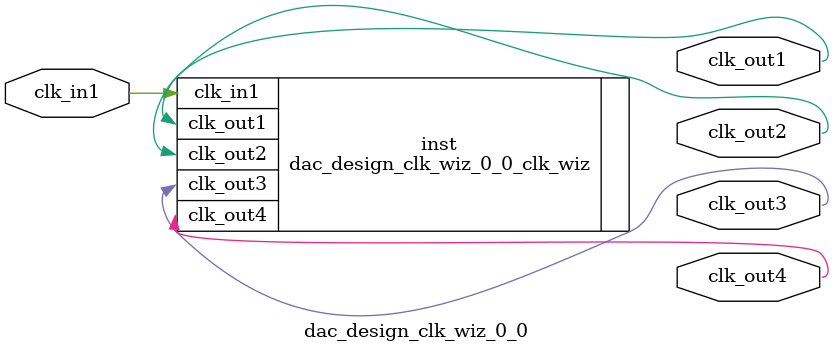
<source format=v>


`timescale 1ps/1ps

(* CORE_GENERATION_INFO = "dac_design_clk_wiz_0_0,clk_wiz_v6_0_0_0,{component_name=dac_design_clk_wiz_0_0,use_phase_alignment=true,use_min_o_jitter=false,use_max_i_jitter=false,use_dyn_phase_shift=false,use_inclk_switchover=false,use_dyn_reconfig=false,enable_axi=0,feedback_source=FDBK_AUTO,PRIMITIVE=PLL,num_out_clk=4,clkin1_period=10.000,clkin2_period=10.000,use_power_down=false,use_reset=false,use_locked=false,use_inclk_stopped=false,feedback_type=SINGLE,CLOCK_MGR_TYPE=NA,manual_override=false}" *)

module dac_design_clk_wiz_0_0 
 (
  // Clock out ports
  output        clk_out1,
  output        clk_out2,
  output        clk_out3,
  output        clk_out4,
 // Clock in ports
  input         clk_in1
 );

  dac_design_clk_wiz_0_0_clk_wiz inst
  (
  // Clock out ports  
  .clk_out1(clk_out1),
  .clk_out2(clk_out2),
  .clk_out3(clk_out3),
  .clk_out4(clk_out4),
 // Clock in ports
  .clk_in1(clk_in1)
  );

endmodule

</source>
